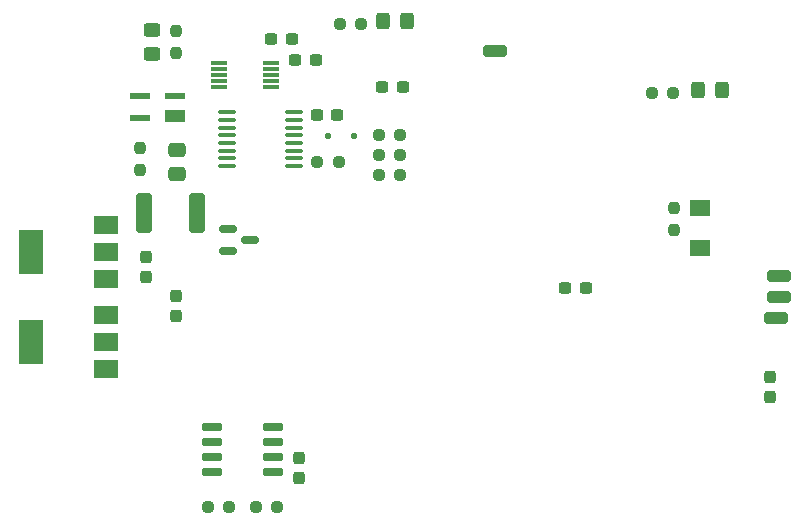
<source format=gbr>
%TF.GenerationSoftware,KiCad,Pcbnew,7.0.1*%
%TF.CreationDate,2023-08-20T21:18:48+10:00*%
%TF.ProjectId,UNO-128DA28,554e4f2d-3132-4384-9441-32382e6b6963,1.0*%
%TF.SameCoordinates,Original*%
%TF.FileFunction,Paste,Top*%
%TF.FilePolarity,Positive*%
%FSLAX46Y46*%
G04 Gerber Fmt 4.6, Leading zero omitted, Abs format (unit mm)*
G04 Created by KiCad (PCBNEW 7.0.1) date 2023-08-20 21:18:48*
%MOMM*%
%LPD*%
G01*
G04 APERTURE LIST*
G04 Aperture macros list*
%AMRoundRect*
0 Rectangle with rounded corners*
0 $1 Rounding radius*
0 $2 $3 $4 $5 $6 $7 $8 $9 X,Y pos of 4 corners*
0 Add a 4 corners polygon primitive as box body*
4,1,4,$2,$3,$4,$5,$6,$7,$8,$9,$2,$3,0*
0 Add four circle primitives for the rounded corners*
1,1,$1+$1,$2,$3*
1,1,$1+$1,$4,$5*
1,1,$1+$1,$6,$7*
1,1,$1+$1,$8,$9*
0 Add four rect primitives between the rounded corners*
20,1,$1+$1,$2,$3,$4,$5,0*
20,1,$1+$1,$4,$5,$6,$7,0*
20,1,$1+$1,$6,$7,$8,$9,0*
20,1,$1+$1,$8,$9,$2,$3,0*%
G04 Aperture macros list end*
%ADD10RoundRect,0.237500X0.300000X0.237500X-0.300000X0.237500X-0.300000X-0.237500X0.300000X-0.237500X0*%
%ADD11RoundRect,0.237500X0.250000X0.237500X-0.250000X0.237500X-0.250000X-0.237500X0.250000X-0.237500X0*%
%ADD12RoundRect,0.250000X-0.750000X0.250000X-0.750000X-0.250000X0.750000X-0.250000X0.750000X0.250000X0*%
%ADD13RoundRect,0.237500X-0.237500X0.300000X-0.237500X-0.300000X0.237500X-0.300000X0.237500X0.300000X0*%
%ADD14R,1.400000X0.300000*%
%ADD15RoundRect,0.237500X-0.237500X0.250000X-0.237500X-0.250000X0.237500X-0.250000X0.237500X0.250000X0*%
%ADD16RoundRect,0.125000X-0.125000X-0.125000X0.125000X-0.125000X0.125000X0.125000X-0.125000X0.125000X0*%
%ADD17RoundRect,0.100000X-0.637500X-0.100000X0.637500X-0.100000X0.637500X0.100000X-0.637500X0.100000X0*%
%ADD18RoundRect,0.237500X-0.250000X-0.237500X0.250000X-0.237500X0.250000X0.237500X-0.250000X0.237500X0*%
%ADD19RoundRect,0.250000X0.750000X-0.250000X0.750000X0.250000X-0.750000X0.250000X-0.750000X-0.250000X0*%
%ADD20RoundRect,0.250000X0.325000X0.450000X-0.325000X0.450000X-0.325000X-0.450000X0.325000X-0.450000X0*%
%ADD21R,2.000000X1.500000*%
%ADD22R,2.000000X3.800000*%
%ADD23RoundRect,0.250000X0.400000X1.450000X-0.400000X1.450000X-0.400000X-1.450000X0.400000X-1.450000X0*%
%ADD24RoundRect,0.250000X-0.450000X0.325000X-0.450000X-0.325000X0.450000X-0.325000X0.450000X0.325000X0*%
%ADD25R,1.700000X1.000000*%
%ADD26R,1.700000X0.600000*%
%ADD27RoundRect,0.000000X-0.830000X0.630000X-0.830000X-0.630000X0.830000X-0.630000X0.830000X0.630000X0*%
%ADD28RoundRect,0.150000X-0.587500X-0.150000X0.587500X-0.150000X0.587500X0.150000X-0.587500X0.150000X0*%
%ADD29RoundRect,0.237500X0.237500X-0.300000X0.237500X0.300000X-0.237500X0.300000X-0.237500X-0.300000X0*%
%ADD30RoundRect,0.237500X-0.300000X-0.237500X0.300000X-0.237500X0.300000X0.237500X-0.300000X0.237500X0*%
%ADD31RoundRect,0.250000X-0.475000X0.337500X-0.475000X-0.337500X0.475000X-0.337500X0.475000X0.337500X0*%
%ADD32RoundRect,0.150000X-0.725000X-0.150000X0.725000X-0.150000X0.725000X0.150000X-0.725000X0.150000X0*%
G04 APERTURE END LIST*
D10*
%TO.C,C2*%
X107542500Y-105156000D03*
X105817500Y-105156000D03*
%TD*%
D11*
%TO.C,R12*%
X109532500Y-113790000D03*
X107707500Y-113790000D03*
%TD*%
D10*
%TO.C,C14*%
X109382500Y-109820000D03*
X107657500Y-109820000D03*
%TD*%
D12*
%TO.C,J3*%
X146812000Y-125222000D03*
%TD*%
D13*
%TO.C,C11*%
X93218000Y-121819500D03*
X93218000Y-123544500D03*
%TD*%
D12*
%TO.C,J4*%
X146812000Y-123444000D03*
%TD*%
D14*
%TO.C,U2*%
X99400000Y-105426000D03*
X99400000Y-105926000D03*
X99400000Y-106426000D03*
X99400000Y-106926000D03*
X99400000Y-107426000D03*
X103800000Y-107426000D03*
X103800000Y-106926000D03*
X103800000Y-106426000D03*
X103800000Y-105926000D03*
X103800000Y-105426000D03*
%TD*%
D15*
%TO.C,R3*%
X92710000Y-112625500D03*
X92710000Y-114450500D03*
%TD*%
D11*
%TO.C,R11*%
X114704500Y-111506000D03*
X112879500Y-111506000D03*
%TD*%
D16*
%TO.C,D8*%
X108562500Y-111610000D03*
X110762500Y-111610000D03*
%TD*%
D13*
%TO.C,C7*%
X146050000Y-131979500D03*
X146050000Y-133704500D03*
%TD*%
D17*
%TO.C,U7*%
X100027500Y-109585000D03*
X100027500Y-110235000D03*
X100027500Y-110885000D03*
X100027500Y-111535000D03*
X100027500Y-112185000D03*
X100027500Y-112835000D03*
X100027500Y-113485000D03*
X100027500Y-114135000D03*
X105752500Y-114135000D03*
X105752500Y-113485000D03*
X105752500Y-112835000D03*
X105752500Y-112185000D03*
X105752500Y-111535000D03*
X105752500Y-110885000D03*
X105752500Y-110235000D03*
X105752500Y-109585000D03*
%TD*%
D18*
%TO.C,R4*%
X109577500Y-102108000D03*
X111402500Y-102108000D03*
%TD*%
D11*
%TO.C,R7*%
X114704500Y-114900000D03*
X112879500Y-114900000D03*
%TD*%
D10*
%TO.C,C12*%
X105510500Y-103378000D03*
X103785500Y-103378000D03*
%TD*%
%TO.C,C8*%
X130402500Y-124460000D03*
X128677500Y-124460000D03*
%TD*%
D15*
%TO.C,R6*%
X137922000Y-117705500D03*
X137922000Y-119530500D03*
%TD*%
D19*
%TO.C,J7*%
X146558000Y-127000000D03*
%TD*%
D20*
%TO.C,D6*%
X141995000Y-107696000D03*
X139945000Y-107696000D03*
%TD*%
D21*
%TO.C,U5*%
X89764000Y-123712000D03*
X89764000Y-121412000D03*
D22*
X83464000Y-121412000D03*
D21*
X89764000Y-119112000D03*
%TD*%
D23*
%TO.C,F1*%
X97475000Y-118110000D03*
X93025000Y-118110000D03*
%TD*%
D24*
%TO.C,D3*%
X93726000Y-102607000D03*
X93726000Y-104657000D03*
%TD*%
D18*
%TO.C,R8*%
X112879500Y-113230000D03*
X114704500Y-113230000D03*
%TD*%
D25*
%TO.C,D1*%
X95670000Y-109890000D03*
D26*
X95670000Y-108190000D03*
X92670000Y-108190000D03*
X92670000Y-110090000D03*
%TD*%
D27*
%TO.C,D4*%
X140070000Y-121110000D03*
X140070000Y-117710000D03*
%TD*%
D28*
%TO.C,Q1*%
X100154500Y-119446000D03*
X100154500Y-121346000D03*
X102029500Y-120396000D03*
%TD*%
D21*
%TO.C,U4*%
X89764000Y-131332000D03*
X89764000Y-129032000D03*
D22*
X83464000Y-129032000D03*
D21*
X89764000Y-126732000D03*
%TD*%
D18*
%TO.C,R1*%
X98401500Y-143002000D03*
X100226500Y-143002000D03*
%TD*%
D29*
%TO.C,C13*%
X95758000Y-126846500D03*
X95758000Y-125121500D03*
%TD*%
D30*
%TO.C,C4*%
X113183500Y-107442000D03*
X114908500Y-107442000D03*
%TD*%
D31*
%TO.C,C1*%
X95850000Y-112754500D03*
X95850000Y-114829500D03*
%TD*%
D15*
%TO.C,R5*%
X95758000Y-102719500D03*
X95758000Y-104544500D03*
%TD*%
D18*
%TO.C,R2*%
X102465500Y-143002000D03*
X104290500Y-143002000D03*
%TD*%
D20*
%TO.C,D2*%
X115325000Y-101854000D03*
X113275000Y-101854000D03*
%TD*%
D18*
%TO.C,R9*%
X135993500Y-107950000D03*
X137818500Y-107950000D03*
%TD*%
D13*
%TO.C,C3*%
X106172000Y-138837500D03*
X106172000Y-140562500D03*
%TD*%
D32*
%TO.C,U1*%
X98771000Y-136271000D03*
X98771000Y-137541000D03*
X98771000Y-138811000D03*
X98771000Y-140081000D03*
X103921000Y-140081000D03*
X103921000Y-138811000D03*
X103921000Y-137541000D03*
X103921000Y-136271000D03*
%TD*%
D19*
%TO.C,J5*%
X122700000Y-104380000D03*
%TD*%
M02*

</source>
